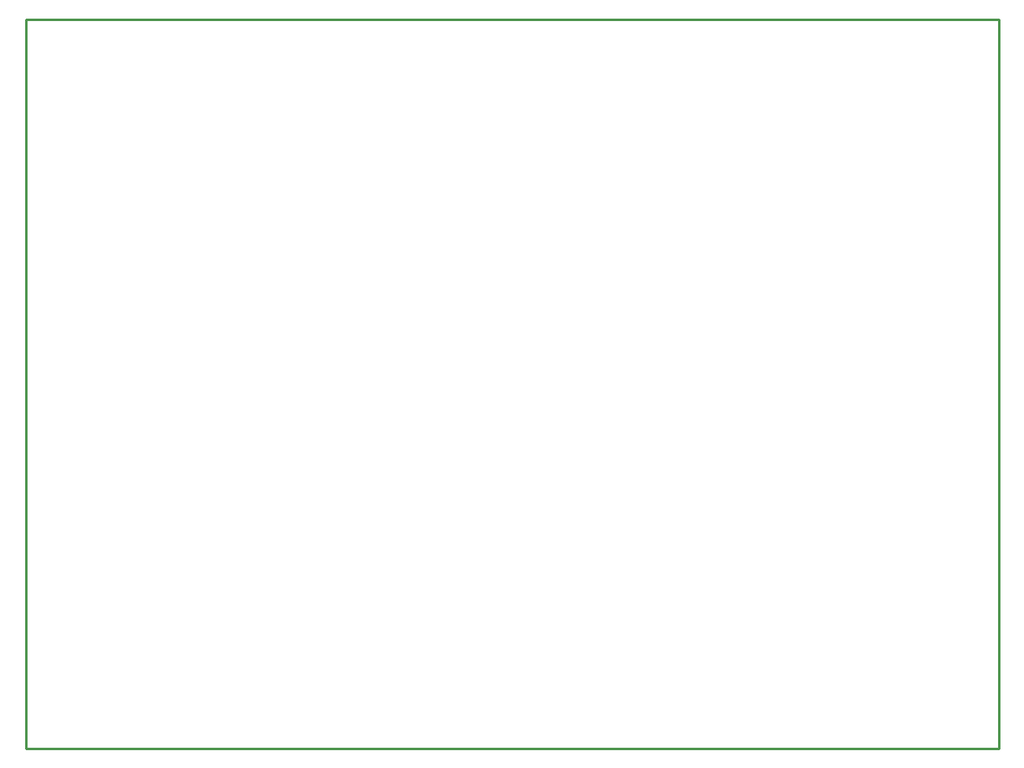
<source format=gko>
G04*
G04 #@! TF.GenerationSoftware,Altium Limited,Altium Designer,24.1.2 (44)*
G04*
G04 Layer_Color=8388736*
%FSLAX44Y44*%
%MOMM*%
G71*
G04*
G04 #@! TF.SameCoordinates,B28CFC15-B4C6-47B7-BC68-1C9BB1E78066*
G04*
G04*
G04 #@! TF.FilePolarity,Positive*
G04*
G01*
G75*
%ADD13C,0.2540*%
D13*
X0Y0D02*
Y762000D01*
Y0D02*
X1016000D01*
Y762000D01*
X0D02*
X1016000D01*
M02*

</source>
